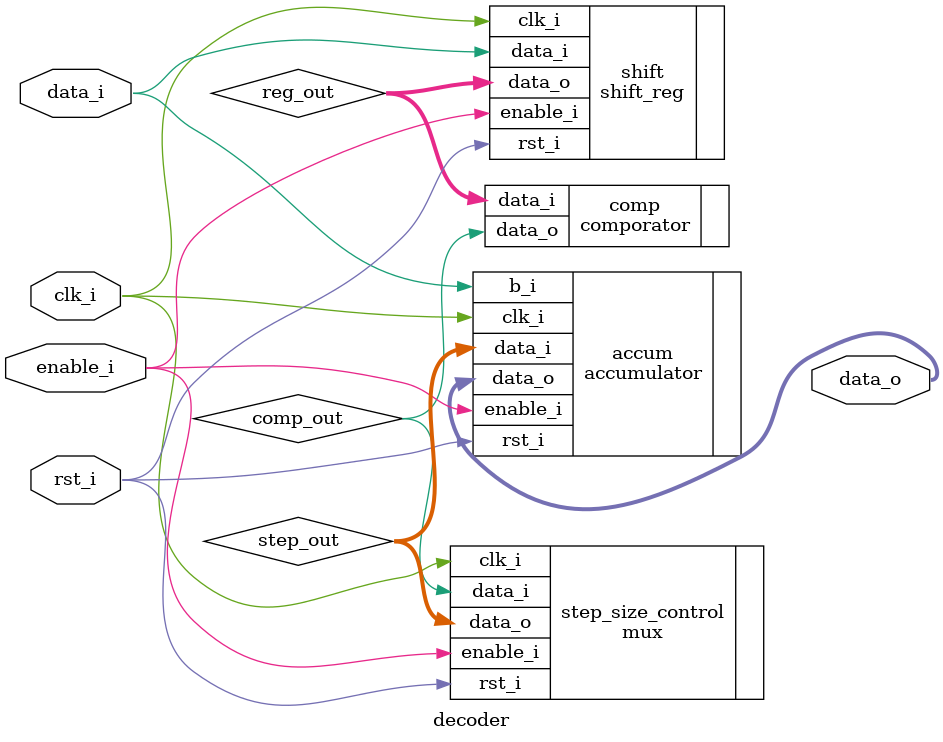
<source format=v>
`timescale 1ns / 1ps

module decoder(
	input enable_i,
	input clk_i,
	input rst_i,
	input data_i,
	output [15:0] data_o
);

wire [3:0] reg_out;
wire comp_out;
wire [15:0] step_out;


shift_reg shift
(
	.enable_i(enable_i),
	.clk_i(clk_i), 
	.rst_i(rst_i), 
	.data_i(data_i),
	.data_o(reg_out)
);

comporator comp
(
	.data_i(reg_out), 
	.data_o(comp_out)
);

mux step_size_control
(
	.clk_i(clk_i),
	.rst_i(rst_i),
	.enable_i(enable_i),
	.data_i(comp_out),
	.data_o(step_out) 
);

accumulator accum
(
	.clk_i(clk_i), 
	.rst_i(rst_i),
	.enable_i(enable_i),
	.data_i(step_out),
	.b_i(data_i),
	.data_o(data_o)
);

endmodule

</source>
